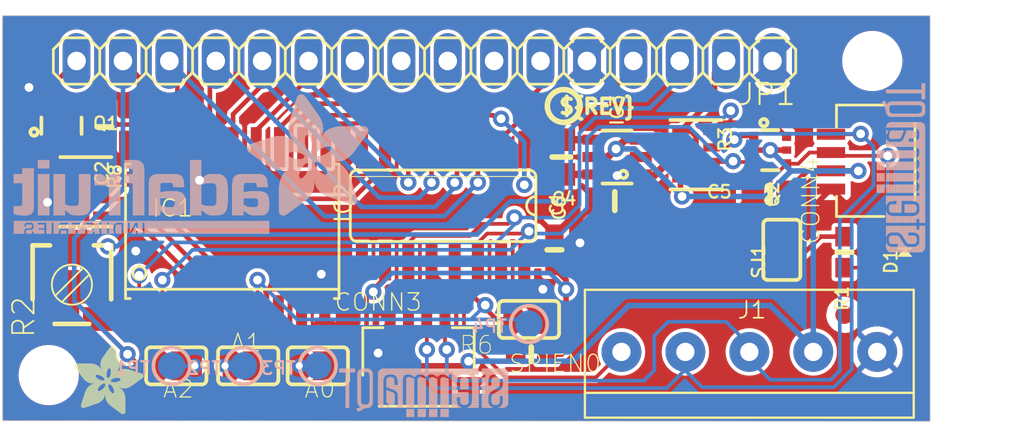
<source format=kicad_pcb>
(kicad_pcb (version 20221018) (generator pcbnew)
  (layers (0 "F.Cu" signal) (1 "In1.Cu" signal) (2 "In2.Cu" signal) (3 "In3.Cu" signal) (4 "In4.Cu" signal) (5 "In5.Cu" signal) (6 "In6.Cu" signal) (7 "In7.Cu" signal) (8 "In8.Cu" signal) (9 "In9.Cu" signal) (10 "In10.Cu" signal) (11 "In11.Cu" signal) (12 "In12.Cu" signal) (13 "In13.Cu" signal) (14 "In14.Cu" signal) (31 "B.Cu" signal) (34 "B.Paste" user) (35 "F.Paste" user) (36 "B.SilkS" user "B.Silkscreen") (37 "F.SilkS" user "F.Silkscreen") (38 "B.Mask" user) (39 "F.Mask" user) (44 "Edge.Cuts" user))
  (net 0 "")
  (net 1 "VCC")
  (net 2 "GND")
  (net 3 "RS")
  (net 4 "E")
  (net 5 "DB4")
  (net 6 "DB6")
  (net 7 "DB7")
  (net 8 "DB5")
  (net 9 "A0")
  (net 10 "A1")
  (net 11 "A2")
  (net 12 "CS")
  (net 13 "LEDK")
  (net 14 "LITE")
  (net 15 "CONTRAST")
  (net 16 "LATCH")
  (net 17 "5.0V")
  (net 18 "CLOCK_5V")
  (net 19 "DATA_5V")
  (net 20 "N$1")
  (net 21 "N$2")
  (net 22 "N$3")
  (net 23 "N$4")
  (net 24 "DATA_LV")
  (net 25 "CLOCK_LV")
  (footprint "working:PLABEL8" (layer "F.Cu") (at 152.1206 113.7666)
    (fp_text reference "PLABEL8" hide)
    (fp_text value "" hide)
  )
  (footprint "working:PCBFEAT-REV-040" (layer "F.Cu") (at 153.8351 98.8441)
    (fp_text reference "U$7" hide)
    (fp_text value "" hide)
  )
  (footprint "" (layer "F.Cu") (at 125.6411 113.5761)
    (fp_text reference "@HOLE1" hide)
    (fp_text value "")
  )
  (footprint "working:SOLDERJUMPER_ARROW_NOPASTE" (layer "F.Cu") (at 151.9301 110.5281)
    (fp_text reference "SPIEN0")
    (fp_text value "")
  )
  (footprint "working:PLABEL0" (layer "F.Cu") (at 168.3131 108.6231 90)
    (fp_text reference "PLABEL0" hide)
    (fp_text value "" hide)
  )
  (footprint "working:0805-NO" (layer "F.Cu") (at 165.1381 103.6701 180)
    (fp_text reference "C5")
    (fp_text value "10uF")
  )
  (footprint "working:SOLDERJUMPER_CLOSEDWIRE" (layer "F.Cu") (at 165.7731 106.7181 90)
    (fp_text reference "SJ1")
    (fp_text value "")
  )
  (footprint "working:CHIPLED_0603_NOOUTLINE" (layer "F.Cu") (at 172.5041 106.8451)
    (fp_text reference "D1")
    (fp_text value "GREEN")
  )
  (footprint "working:SOLDERJUMPER_ARROW_NOPASTE" (layer "F.Cu") (at 132.6261 113.0681)
    (fp_text reference "A2")
    (fp_text value "")
  )
  (footprint "working:RESPACK_4X0603" (layer "F.Cu") (at 127.6731 103.5431 -90)
    (fp_text reference "R8")
    (fp_text value "4.7K Pack")
  )
  (footprint "" (layer "F.Cu") (at 170.7261 96.3803)
    (fp_text reference "@HOLE0" hide)
    (fp_text value "")
  )
  (footprint "working:JST_SH4" (layer "F.Cu") (at 170.4721 101.8921 90)
    (fp_text reference "CONN4")
    (fp_text value "STEMMA_I2C_QT" hide)
  )
  (footprint "working:PLABEL10" (layer "F.Cu") (at 130.0861 99.6061)
    (fp_text reference "PLABEL10" hide)
    (fp_text value "" hide)
  )
  (footprint "working:0805-NO" (layer "F.Cu") (at 153.7081 101.6381 -90)
    (fp_text reference "C6")
    (fp_text value "1uF")
  )
  (footprint "working:0603-NO" (layer "F.Cu") (at 153.3271 106.7181 90)
    (fp_text reference "C1")
    (fp_text value "0.1uF")
  )
  (footprint "working:RTRIM3314J" (layer "F.Cu") (at 126.9111 108.6231)
    (fp_text reference "R2")
    (fp_text value "3314J-1-104E")
  )
  (footprint "working:1X16" (layer "F.Cu") (at 146.2151 96.3803 180)
    (fp_text reference "JP1")
    (fp_text value "")
  )
  (footprint "working:0603-NO" (layer "F.Cu") (at 169.2021 106.8451 -90)
    (fp_text reference "R1")
    (fp_text value "10K")
  )
  (footprint "working:ADAFRUIT_3.5MM" (layer "F.Cu") (at 127.0381 115.7351)
    (fp_text reference "U$4" hide)
    (fp_text value "" hide)
  )
  (footprint "working:JST_SH4" (layer "F.Cu") (at 145.8341 112.6871)
    (fp_text reference "CONN3")
    (fp_text value "STEMMA_I2C_QT" hide)
  )
  (footprint "working:PLABEL6" (layer "F.Cu") (at 135.5471 115.3541)
    (fp_text reference "PLABEL6" hide)
    (fp_text value "" hide)
  )
  (footprint "working:FIDUCIAL_1MM" (layer "F.Cu") (at 124.6251 95.2881)
    (fp_text reference "U$1" hide)
    (fp_text value "FIDUCIAL" hide)
  )
  (footprint "working:SOLDERJUMPER_ARROW_NOPASTE" (layer "F.Cu") (at 136.5631 113.0681)
    (fp_text reference "A1")
    (fp_text value "")
  )
  (footprint "working:PLABEL11" (layer "F.Cu") (at 152.1206 115.0366)
    (fp_text reference "PLABEL11" hide)
    (fp_text value "" hide)
  )
  (footprint "working:SO18W" (layer "F.Cu") (at 135.6891 105.7021)
    (fp_text reference "IC1")
    (fp_text value "MCP23008/SO")
  )
  (footprint "working:0805-NO" (layer "F.Cu") (at 156.6291 104.0511 180)
    (fp_text reference "C4")
    (fp_text value "10uF")
  )
  (footprint "working:RESPACK_4X0603" (layer "F.Cu") (at 161.0741 101.5111 -90)
    (fp_text reference "R3")
    (fp_text value "4.7K Pack")
  )
  (footprint "working:SOT23-6" (layer "F.Cu") (at 156.7561 101.6381 90)
    (fp_text reference "IC3")
    (fp_text value "AP3602/RT9361")
  )
  (footprint "working:SOT363" (layer "F.Cu") (at 126.3396 99.9236)
    (fp_text reference "Q1")
    (fp_text value "BSS138")
  )
  (footprint "working:PLABEL4" (layer "F.Cu") (at 157.3911 108.3691 90)
    (fp_text reference "PLABEL4" hide)
    (fp_text value "" hide)
  )
  (footprint "working:SO16" (layer "F.Cu") (at 147.2311 104.3051 180)
    (fp_text reference "IC2")
    (fp_text value "74HC595D")
  )
  (footprint "working:PLABEL5" (layer "F.Cu") (at 131.4831 115.4811)
    (fp_text reference "PLABEL5" hide)
    (fp_text value "" hide)
  )
  (footprint "working:PLABEL9" (layer "F.Cu") (at 124.3711 109.3851 90)
    (fp_text reference "PLABEL9" hide)
    (fp_text value "" hide)
  )
  (footprint "working:SOT363" (layer "F.Cu") (at 165.1381 101.2571 -90)
    (fp_text reference "Q2")
    (fp_text value "BSS138")
  )
  (footprint "working:PLABEL2" (layer "F.Cu") (at 161.0741 108.4961 90)
    (fp_text reference "PLABEL2" hide)
    (fp_text value "" hide)
  )
  (footprint "working:PLABEL3" (layer "F.Cu") (at 164.5031 108.4961 90)
    (fp_text reference "PLABEL3" hide)
    (fp_text value "" hide)
  )
  (footprint "working:PLABEL7" (layer "F.Cu") (at 139.6111 115.3541)
    (fp_text reference "PLABEL7" hide)
    (fp_text value "" hide)
  )
  (footprint "working:PLABEL1" (layer "F.Cu") (at 171.4881 108.7501 90)
    (fp_text reference "PLABEL1" hide)
    (fp_text value "" hide)
  )
  (footprint "working:FIDUCIAL_1MM" (layer "F.Cu") (at 169.2021 110.2741)
    (fp_text reference "U$2" hide)
    (fp_text value "FIDUCIAL" hide)
  )
  (footprint "working:1X05-3.5MM" (layer "F.Cu") (at 163.9951 112.3061)
    (fp_text reference "J1")
    (fp_text value "1X5" hide)
  )
  (footprint "working:SOLDERJUMPER_ARROW_NOPASTE" (layer "F.Cu") (at 140.3731 113.0681)
    (fp_text reference "A0")
    (fp_text value "")
  )
  (footprint "working:0603-NO" (layer "F.Cu") (at 128.6891 99.9871 -90)
    (fp_text reference "C2")
    (fp_text value "0.1uF")
  )
  (footprint "working:0603-NO" (layer "F.Cu") (at 152.0571 112.4331 180)
    (fp_text reference "R6")
    (fp_text value "10K")
  )
  (footprint "working:TESTPOINT_ROUND_1.5MM" (layer "B.Cu") (at 140.3731 113.0681 180)
    (fp_text reference "TP3")
    (fp_text value "")
  )
  (footprint "working:TESTPOINT_ROUND_1.5MM" (layer "B.Cu") (at 136.3091 113.0681 180)
    (fp_text reference "TP2")
    (fp_text value "")
  )
  (footprint "working:TESTPOINT_ROUND_1.5MM" (layer "B.Cu") (at 132.3721 113.0681 180)
    (fp_text reference "TP1")
    (fp_text value "")
  )
  (footprint "working:ADAFRUIT_TEXT_20MM" (layer "B.Cu") (at 143.2941 105.8291 180)
    (fp_text reference "U$23" hide)
    (fp_text value "" hide)
  )
  (footprint "working:TESTPOINT_ROUND_1.5MM" (layer "B.Cu") (at 151.9301 110.7821 180)
    (fp_text reference "TP4")
    (fp_text value "")
  )
  (footprint "working:PLABEL12" (layer "B.Cu") (at 169.5831 109.5121 180)
    (fp_text reference "PLABEL12" hide)
    (fp_text value "" hide)
  )
  (footprint "working:STEMMAQT" (layer "B.Cu") (at 170.9801 106.8451 90)
    (fp_text reference "U$11" hide)
    (fp_text value "" hide)
  )
  (footprint "working:STEMMAQT" (layer "B.Cu") (at 150.7871 115.8621 180)
    (fp_text reference "U$12" hide)
    (fp_text value "" hide)
  )
  (gr_line (start 123.1061 116.0781) (end 173.9011 116.1161) (stroke (width 0.05)) (layer "Edge.Cuts"))
  (gr_line (start 173.9011 116.1161) (end 173.9011 93.8911) (stroke (width 0.05)) (layer "Edge.Cuts"))
  (gr_line (start 173.9011 93.8911) (end 123.1011 93.8911) (stroke (width 0.05)) (layer "Edge.Cuts"))
  (gr_line (start 123.1011 93.8911) (end 123.1061 116.0781) (stroke (width 0.05)) (layer "Edge.Cuts"))
  (gr_text "" (at 141.5161 99.4791) (layer "F.SilkS") (effects (font (size 0.87376 0.87376) (thickness 0.14224)) (justify left bottom)))
  (segment (start 155.4561 101.6381) (end 156.2481 101.6381) (width 0.4064) (layer "F.Cu") (net 1))
  (segment (start 167.1781 102.3921) (end 168.4661 102.3921) (width 0.3048) (layer "F.Cu") (net 1))
  (segment (start 157.1981 100.6881) (end 158.0561 100.6881) (width 0.4064) (layer "F.Cu") (net 1))
  (segment (start 159.1081 100.6881) (end 159.5501 101.1301) (width 0.4064) (layer "F.Cu") (net 1))
  (segment (start 148.6281 112.8141) (end 148.3741 113.0681) (width 0.3048) (layer "F.Cu") (net 1))
  (segment (start 160.2241 102.8111) (end 160.2241 103.7091) (width 0.3048) (layer "F.Cu") (net 1))
  (segment (start 168.4661 102.3921) (end 169.9561 102.3921) (width 0.3048) (layer "F.Cu") (net 1))
  (segment (start 145.6891 113.0681) (end 145.3341 112.7131) (width 0.3048) (layer "F.Cu") (net 1))
  (segment (start 160.2051 101.1301) (end 160.2241 101.1111) (width 0.4064) (layer "F.Cu") (net 1))
  (segment (start 159.5501 101.1301) (end 160.2051 101.1301) (width 0.4064) (layer "F.Cu") (net 1))
  (segment (start 166.0881 103.4821) (end 167.1781 102.3921) (width 0.3048) (layer "F.Cu") (net 1))
  (segment (start 145.3341 110.6811) (end 145.3341 112.7131) (width 0.3048) (layer "F.Cu") (net 1))
  (segment (start 158.0561 100.6881) (end 159.1081 100.6881) (width 0.4064) (layer "F.Cu") (net 1))
  (segment (start 169.9561 102.3921) (end 169.9641 102.4001) (width 0.3048) (layer "F.Cu") (net 1))
  (segment (start 156.2481 101.6381) (end 156.6926 101.1936) (width 0.4064) (layer "F.Cu") (net 1))
  (segment (start 164.2381 101.2571) (end 165.1381 101.2571) (width 0.3048) (layer "F.Cu") (net 1))
  (segment (start 148.3741 113.0681) (end 145.6891 113.0681) (width 0.3048) (layer "F.Cu") (net 1))
  (segment (start 166.0881 103.6701) (end 166.0881 103.4821) (width 0.3048) (layer "F.Cu") (net 1))
  (segment (start 165.1381 101.2571) (end 166.0381 101.2571) (width 0.3048) (layer "F.Cu") (net 1))
  (segment (start 160.2241 103.7091) (end 160.3121 103.7971) (width 0.3048) (layer "F.Cu") (net 1))
  (segment (start 156.6926 101.1936) (end 157.1981 100.6881) (width 0.4064) (layer "F.Cu") (net 1))
  (via (at 169.9641 102.4001) (size 0.889) (drill 0.4826) (layers "F.Cu" "B.Cu") (net 1))
  (via (at 160.3121 103.7971) (size 0.889) (drill 0.4826) (layers "F.Cu" "B.Cu") (net 1))
  (via (at 156.6926 101.1936) (size 0.889) (drill 0.4826) (layers "F.Cu" "B.Cu") (net 1))
  (via (at 165.1381 101.2571) (size 0.889) (drill 0.4826) (layers "F.Cu" "B.Cu") (net 1))
  (via (at 148.6281 112.8141) (size 0.889) (drill 0.4826) (layers "F.Cu" "B.Cu") (net 1))
  (segment (start 160.3121 103.7971) (end 164.8841 103.7971) (width 0.3048) (layer "B.Cu") (net 1))
  (segment (start 157.7086 101.1936) (end 156.6926 101.1936) (width 0.3048) (layer "B.Cu") (net 1))
  (segment (start 166.2811 102.4001) (end 165.1381 101.2571) (width 0.3048) (layer "B.Cu") (net 1))
  (segment (start 169.9641 102.4001) (end 167.6781 102.4001) (width 0.3048) (layer "B.Cu") (net 1))
  (segment (start 167.4951 112.1231) (end 165.1381 109.7661) (width 0.3048) (layer "B.Cu") (net 1))
  (segment (start 167.6781 102.4001) (end 167.4951 102.5831) (width 0.3048) (layer "B.Cu") (net 1))
  (segment (start 167.4951 112.3061) (end 167.4951 112.1231) (width 0.3048) (layer "B.Cu") (net 1))
  (segment (start 160.3121 103.7971) (end 157.7086 101.1936) (width 0.3048) (layer "B.Cu") (net 1))
  (segment (start 164.8841 103.7971) (end 166.2811 102.4001) (width 0.3048) (layer "B.Cu") (net 1))
  (segment (start 157.3911 109.7661) (end 154.3431 112.8141) (width 0.3048) (layer "B.Cu") (net 1))
  (segment (start 167.4951 102.5831) (end 167.4951 112.3061) (width 0.3048) (layer "B.Cu") (net 1))
  (segment (start 165.1381 109.7661) (end 157.3911 109.7661) (width 0.3048) (layer "B.Cu") (net 1))
  (segment (start 167.6781 102.4001) (end 166.2811 102.4001) (width 0.3048) (layer "B.Cu") (net 1))
  (segment (start 148.6281 112.8141) (end 154.3431 112.8141) (width 0.3048) (layer "B.Cu") (net 1))
  (segment (start 157.3911 101.6381) (end 156.7561 102.2731) (width 0.254) (layer "F.Cu") (net 2))
  (segment (start 156.7561 102.6541) (end 156.7561 102.9741) (width 0.254) (layer "F.Cu") (net 2))
  (segment (start 156.7561 102.2731) (end 156.7561 102.6541) (width 0.254) (layer "F.Cu") (net 2))
  (segment (start 156.7561 102.9741) (end 155.6791 104.0511) (width 0.254) (layer "F.Cu") (net 2))
  (segment (start 158.0561 101.6381) (end 157.3911 101.6381) (width 0.254) (layer "F.Cu") (net 2))
  (via (at 156.7561 102.6541) (size 0.889) (drill 0.4826) (layers "F.Cu" "B.Cu") (net 2))
  (via (at 133.8961 102.9081) (size 0.889) (drill 0.4826) (layers "F.Cu" "B.Cu") (net 2))
  (via (at 124.5616 97.8281) (size 0.889) (drill 0.4826) (layers "F.Cu" "B.Cu") (net 2))
  (via (at 130.4036 106.7816) (size 0.889) (drill 0.4826) (layers "F.Cu" "B.Cu") (net 2))
  (via (at 143.6751 112.3696) (size 0.889) (drill 0.4826) (layers "F.Cu" "B.Cu") (net 2))
  (via (at 154.7241 106.3371) (size 0.889) (drill 0.4826) (layers "F.Cu" "B.Cu") (net 2))
  (via (at 125.5776 104.1146) (size 0.889) (drill 0.4826) (layers "F.Cu" "B.Cu") (net 2))
  (via (at 152.6921 108.8771) (size 0.889) (drill 0.4826) (layers "F.Cu" "B.Cu") (net 2))
  (via (at 140.5636 108.0516) (size 0.889) (drill 0.4826) (layers "F.Cu" "B.Cu") (net 2))
  (segment (start 152.5651 99.6061) (end 152.5651 100.3427) (width 0.254) (layer "F.Cu") (net 3))
  (segment (start 151.6761 103.1621) (end 151.6761 101.2317) (width 0.254) (layer "F.Cu") (net 3))
  (segment (start 140.464821 99.3521) (end 139.5441 100.272822) (width 0.254) (layer "F.Cu") (net 3))
  (segment (start 151.6761 101.2317) (end 152.5651 100.3427) (width 0.254) (layer "F.Cu") (net 3))
  (segment (start 152.5651 99.6061) (end 153.7081 98.4631) (width 0.254) (layer "F.Cu") (net 3))
  (segment (start 150.2791 99.6696) (end 150.4061 99.5426) (width 0.254) (layer "F.Cu") (net 3))
  (segment (start 140.464821 99.3521) (end 149.9616 99.3521) (width 0.254) (layer "F.Cu") (net 3))
  (segment (start 153.7081 98.4631) (end 155.9941 98.4631) (width 0.254) (layer "F.Cu") (net 3))
  (segment (start 139.5441 101.1021) (end 139.5441 100.272822) (width 0.254) (layer "F.Cu") (net 3))
  (segment (start 150.2791 99.6696) (end 149.9616 99.3521) (width 0.254) (layer "F.Cu") (net 3))
  (segment (start 157.6451 96.8121) (end 157.6451 96.3803) (width 0.254) (layer "F.Cu") (net 3))
  (segment (start 155.9941 98.4631) (end 157.6451 96.8121) (width 0.254) (layer "F.Cu") (net 3))
  (via (at 151.6761 103.1621) (size 0.889) (drill 0.4826) (layers "F.Cu" "B.Cu") (net 3))
  (via (at 150.4061 99.5426) (size 0.889) (drill 0.4826) (layers "F.Cu" "B.Cu") (net 3))
  (segment (start 150.4061 99.5426) (end 151.6761 100.8126) (width 0.254) (layer "B.Cu") (net 3))
  (segment (start 151.6761 100.8126) (end 151.6761 103.1621) (width 0.254) (layer "B.Cu") (net 3))
  (segment (start 151.2951 99.749194) (end 150.4061 100.638194) (width 0.254) (layer "F.Cu") (net 4))
  (segment (start 152.5651 97.8281) (end 152.5651 96.3803) (width 0.254) (layer "F.Cu") (net 4))
  (segment (start 151.2951 98.7171) (end 151.2951 99.749194) (width 0.254) (layer "F.Cu") (net 4))
  (segment (start 151.6761 98.7171) (end 152.5651 97.8281) (width 0.254) (layer "F.Cu") (net 4))
  (segment (start 139.59835 98.7171) (end 151.2951 98.7171) (width 0.254) (layer "F.Cu") (net 4))
  (segment (start 138.2741 101.1021) (end 138.2741 100.04135) (width 0.254) (layer "F.Cu") (net 4))
  (segment (start 139.59835 98.7171) (end 138.2741 100.04135) (width 0.254) (layer "F.Cu") (net 4))
  (segment (start 150.4061 100.638194) (end 150.4061 101.2317) (width 0.254) (layer "F.Cu") (net 4))
  (segment (start 151.2951 98.7171) (end 151.6761 98.7171) (width 0.254) (layer "F.Cu") (net 4))
  (segment (start 137.0041 101.1021) (end 137.0041 100.1811) (width 0.254) (layer "F.Cu") (net 5))
  (segment (start 139.8651 97.3201) (end 139.8651 96.3803) (width 0.254) (layer "F.Cu") (net 5))
  (segment (start 145.3261 101.2317) (end 145.3261 103.0351) (width 0.254) (layer "F.Cu") (net 5))
  (segment (start 137.0041 100.1811) (end 139.8651 97.3201) (width 0.254) (layer "F.Cu") (net 5))
  (via (at 145.3261 103.0351) (size 0.889) (drill 0.4826) (layers "F.Cu" "B.Cu") (net 5))
  (segment (start 145.3261 103.0351) (end 139.8651 97.5741) (width 0.254) (layer "B.Cu") (net 5))
  (segment (start 139.8651 97.5741) (end 139.8651 96.3803) (width 0.254) (layer "B.Cu") (net 5))
  (segment (start 147.9931 101.3587) (end 147.9931 103.0351) (width 0.254) (layer "F.Cu") (net 6))
  (segment (start 134.4641 96.7013) (end 134.4641 101.1021) (width 0.254) (layer "F.Cu") (net 6))
  (segment (start 147.9931 103.0351) (end 147.8661 103.0351) (width 0.254) (layer "F.Cu") (net 6))
  (segment (start 147.8661 101.2317) (end 147.9931 101.3587) (width 0.254) (layer "F.Cu") (net 6))
  (segment (start 134.7851 96.3803) (end 134.4641 96.7013) (width 0.254) (layer "F.Cu") (net 6))
  (via (at 147.8661 103.0351) (size 0.889) (drill 0.4826) (layers "F.Cu" "B.Cu") (net 6))
  (segment (start 147.8661 103.0351) (end 147.8661 103.2891) (width 0.254) (layer "B.Cu") (net 6))
  (segment (start 146.7866 104.3686) (end 142.7734 104.3686) (width 0.254) (layer "B.Cu") (net 6))
  (segment (start 142.7734 104.3686) (end 134.7851 96.3803) (width 0.254) (layer "B.Cu") (net 6))
  (segment (start 147.8661 103.2891) (end 146.7866 104.3686) (width 0.254) (layer "B.Cu") (net 6))
  (segment (start 149.1361 101.2317) (end 149.1361 103.0351) (width 0.254) (layer "F.Cu") (net 7))
  (segment (start 132.6861 97.3293) (end 132.6861 98.4351) (width 0.254) (layer "F.Cu") (net 7))
  (segment (start 133.1941 98.9431) (end 132.6861 98.4351) (width 0.254) (layer "F.Cu") (net 7))
  (segment (start 133.1941 98.9431) (end 133.1941 101.1021) (width 0.254) (layer "F.Cu") (net 7))
  (segment (start 132.6861 97.3293) (end 132.2451 96.8883) (width 0.254) (layer "F.Cu") (net 7))
  (segment (start 132.2451 96.3803) (end 132.2451 96.8883) (width 0.254) (layer "F.Cu") (net 7))
  (via (at 149.1361 103.0351) (size 0.889) (drill 0.4826) (layers "F.Cu" "B.Cu") (net 7))
  (segment (start 140.7414 104.8766) (end 132.2451 96.3803) (width 0.254) (layer "B.Cu") (net 7))
  (segment (start 147.2946 104.8766) (end 140.7414 104.8766) (width 0.254) (layer "B.Cu") (net 7))
  (segment (start 149.1361 103.0351) (end 147.2946 104.8766) (width 0.254) (layer "B.Cu") (net 7))
  (segment (start 135.7341 101.1021) (end 135.7341 99.2921) (width 0.254) (layer "F.Cu") (net 8))
  (segment (start 146.5961 101.2317) (end 146.5961 103.0351) (width 0.254) (layer "F.Cu") (net 8))
  (segment (start 135.7341 99.2921) (end 137.3251 97.7011) (width 0.254) (layer "F.Cu") (net 8))
  (segment (start 137.3251 97.7011) (end 137.3251 96.3803) (width 0.254) (layer "F.Cu") (net 8))
  (via (at 146.5961 103.0351) (size 0.889) (drill 0.4826) (layers "F.Cu" "B.Cu") (net 8))
  (segment (start 137.3251 97.4471) (end 137.3251 96.3803) (width 0.254) (layer "B.Cu") (net 8))
  (segment (start 146.5961 103.0351) (end 146.5961 103.186538) (width 0.254) (layer "B.Cu") (net 8))
  (segment (start 143.7386 103.8606) (end 137.3251 97.4471) (width 0.254) (layer "B.Cu") (net 8))
  (segment (start 146.5961 103.186538) (end 145.922037 103.8606) (width 0.254) (layer "B.Cu") (net 8))
  (segment (start 145.922037 103.8606) (end 143.7386 103.8606) (width 0.254) (layer "B.Cu") (net 8))
  (segment (start 138.0871 111.7981) (end 139.3571 113.0681) (width 0.254) (layer "F.Cu") (net 9))
  (segment (start 128.5231 103.1431) (end 130.3211 103.1431) (width 0.254) (layer "F.Cu") (net 9))
  (segment (start 135.6741 108.4961) (end 135.6741 110.3021) (width 0.254) (layer "F.Cu") (net 9))
  (segment (start 130.3211 103.1431) (end 135.6741 108.4961) (width 0.254) (layer "F.Cu") (net 9))
  (segment (start 138.0871 111.7981) (end 135.6741 111.7981) (width 0.254) (layer "F.Cu") (net 9))
  (segment (start 135.6741 110.3021) (end 135.6741 111.7981) (width 0.254) (layer "F.Cu") (net 9))
  (via (at 139.3571 113.0681) (size 0.8001) (drill 0.3937) (layers "F.Cu" "B.Cu") (net 9))
  (segment (start 140.3731 113.0681) (end 139.3571 113.0681) (width 0.2032) (layer "B.Cu") (net 9))
  (segment (start 134.4041 108.2421) (end 134.4041 110.3021) (width 0.254) (layer "F.Cu") (net 10))
  (segment (start 134.4041 110.3021) (end 134.4041 111.9251) (width 0.254) (layer "F.Cu") (net 10))
  (segment (start 134.4041 111.9251) (end 135.5471 113.0681) (width 0.254) (layer "F.Cu") (net 10))
  (segment (start 134.4041 108.2421) (end 130.1051 103.9431) (width 0.254) (layer "F.Cu") (net 10))
  (segment (start 135.5471 113.0681) (end 135.2931 113.0681) (width 0.254) (layer "F.Cu") (net 10))
  (segment (start 128.5231 103.9431) (end 130.1051 103.9431) (width 0.254) (layer "F.Cu") (net 10))
  (via (at 135.2931 113.0681) (size 0.8001) (drill 0.3937) (layers "F.Cu" "B.Cu") (net 10))
  (segment (start 136.3091 113.0681) (end 135.2931 113.0681) (width 0.2032) (layer "B.Cu") (net 10))
  (segment (start 128.5231 104.8431) (end 130.1161 104.8431) (width 0.254) (layer "F.Cu") (net 11))
  (segment (start 130.1161 104.8431) (end 133.192825 107.919825) (width 0.254) (layer "F.Cu") (net 11))
  (segment (start 133.192825 107.919825) (end 133.192825 110.243375) (width 0.254) (layer "F.Cu") (net 11))
  (segment (start 133.1341 110.3021) (end 133.1341 113.0681) (width 0.254) (layer "F.Cu") (net 11))
  (segment (start 133.192825 110.243375) (end 133.1341 110.3021) (width 0.254) (layer "F.Cu") (net 11))
  (segment (start 133.6421 113.0681) (end 133.1341 113.0681) (width 0.254) (layer "F.Cu") (net 11))
  (via (at 133.6421 113.0681) (size 0.8001) (drill 0.3937) (layers "F.Cu" "B.Cu") (net 11))
  (segment (start 132.3721 113.0681) (end 133.6421 113.0681) (width 0.2032) (layer "B.Cu") (net 11))
  (segment (start 147.8661 107.3785) (end 147.8661 108.2421) (width 0.254) (layer "F.Cu") (net 12))
  (segment (start 150.1521 110.5281) (end 150.9141 110.5281) (width 0.254) (layer "F.Cu") (net 12))
  (segment (start 137.0711 109.949235) (end 136.9441 110.3021) (width 0.2032) (layer "F.Cu") (net 12))
  (segment (start 149.538937 109.744263) (end 149.4536 109.8296) (width 0.2032) (layer "F.Cu") (net 12))
  (segment (start 137.0711 108.3691) (end 137.0711 109.949235) (width 0.2032) (layer "F.Cu") (net 12))
  (segment (start 147.8661 108.2421) (end 149.4536 109.8296) (width 0.254) (layer "F.Cu") (net 12))
  (segment (start 150.9141 112.1401) (end 151.2071 112.4331) (width 0.254) (layer "F.Cu") (net 12))
  (segment (start 150.9141 110.5281) (end 150.9141 112.1401) (width 0.254) (layer "F.Cu") (net 12))
  (segment (start 149.4536 109.8296) (end 150.1521 110.5281) (width 0.254) (layer "F.Cu") (net 12))
  (via (at 149.538937 109.744263) (size 0.889) (drill 0.4826) (layers "F.Cu" "B.Cu") (net 12))
  (via (at 137.0711 108.3691) (size 0.889) (drill 0.4826) (layers "F.Cu" "B.Cu") (net 12))
  (segment (start 148.7551 110.5281) (end 151.6761 110.5281) (width 0.2032) (layer "B.Cu") (net 12))
  (segment (start 139.2301 110.5281) (end 148.7551 110.5281) (width 0.2032) (layer "B.Cu") (net 12))
  (segment (start 137.0711 108.3691) (end 139.2301 110.5281) (width 0.2032) (layer "B.Cu") (net 12))
  (segment (start 148.7551 110.5281) (end 149.538937 109.744263) (width 0.2032) (layer "B.Cu") (net 12))
  (segment (start 151.6761 110.5281) (end 151.9301 110.7821) (width 0.2032) (layer "B.Cu") (net 12))
  (segment (start 125.5896 97.9558) (end 127.1651 96.3803) (width 0.254) (layer "F.Cu") (net 13))
  (segment (start 125.5896 99.0236) (end 125.5896 97.9558) (width 0.254) (layer "F.Cu") (net 13))
  (segment (start 128.0426 102.2431) (end 127.2581 101.4586) (width 0.254) (layer "F.Cu") (net 14))
  (segment (start 142.2781 103.9241) (end 144.0561 102.1461) (width 0.254) (layer "F.Cu") (net 14))
  (segment (start 128.5231 102.2431) (end 128.0426 102.2431) (width 0.254) (layer "F.Cu") (net 14))
  (segment (start 133.0071 103.9241) (end 142.2781 103.9241) (width 0.254) (layer "F.Cu") (net 14))
  (segment (start 131.950503 102.5606) (end 131.8941 102.434038) (width 0.254) (layer "F.Cu") (net 14))
  (segment (start 131.8941 102.8111) (end 133.0071 103.9241) (width 0.254) (layer "F.Cu") (net 14))
  (segment (start 131.8941 102.434038) (end 131.8941 101.1021) (width 0.254) (layer "F.Cu") (net 14))
  (segment (start 131.950503 102.5606) (end 128.8406 102.5606) (width 0.254) (layer "F.Cu") (net 14))
  (segment (start 131.8941 101.1021) (end 131.8941 102.8111) (width 0.254) (layer "F.Cu") (net 14))
  (segment (start 144.0561 102.1461) (end 144.0561 101.2317) (width 0.254) (layer "F.Cu") (net 14))
  (segment (start 127.2581 101.4586) (end 126.5936 101.4586) (width 0.254) (layer "F.Cu") (net 14))
  (segment (start 128.5231 102.2431) (end 128.8406 102.5606) (width 0.254) (layer "F.Cu") (net 14))
  (segment (start 126.5936 101.4586) (end 126.3396 101.2046) (width 0.254) (layer "F.Cu") (net 14))
  (segment (start 126.3396 100.8236) (end 126.3396 101.2046) (width 0.254) (layer "F.Cu") (net 14))
  (segment (start 128.8796 106.5276) (end 128.8161 106.4641) (width 0.254) (layer "F.Cu") (net 15))
  (segment (start 128.8161 106.4641) (end 127.0701 106.4641) (width 0.254) (layer "F.Cu") (net 15))
  (segment (start 126.9111 106.6231) (end 127.0701 106.4641) (width 0.254) (layer "F.Cu") (net 15))
  (via (at 128.8796 106.5276) (size 0.889) (drill 0.4826) (layers "F.Cu" "B.Cu") (net 15))
  (segment (start 154.2161 100.1141) (end 155.3591 98.9711) (width 0.254) (layer "B.Cu") (net 15))
  (segment (start 160.1851 97.3201) (end 160.1851 96.3803) (width 0.254) (layer "B.Cu") (net 15))
  (segment (start 150.9014 104.0638) (end 153.9494 104.0638) (width 0.254) (layer "B.Cu") (net 15))
  (segment (start 149.0853 105.8799) (end 150.9014 104.0638) (width 0.254) (layer "B.Cu") (net 15))
  (segment (start 128.8796 106.5276) (end 129.3876 106.5276) (width 0.254) (layer "B.Cu") (net 15))
  (segment (start 155.3591 98.9711) (end 158.5341 98.9711) (width 0.254) (layer "B.Cu") (net 15))
  (segment (start 130.0353 105.8799) (end 129.3876 106.5276) (width 0.254) (layer "B.Cu") (net 15))
  (segment (start 158.5341 98.9711) (end 160.1851 97.3201) (width 0.254) (layer "B.Cu") (net 15))
  (segment (start 130.0353 105.8799) (end 149.0853 105.8799) (width 0.254) (layer "B.Cu") (net 15))
  (segment (start 154.2161 103.7971) (end 154.2161 100.1141) (width 0.254) (layer "B.Cu") (net 15))
  (segment (start 153.9494 104.0638) (end 154.2161 103.7971) (width 0.254) (layer "B.Cu") (net 15))
  (segment (start 150.6601 113.7031) (end 155.5981 113.7031) (width 0.2032) (layer "F.Cu") (net 16))
  (segment (start 155.5981 113.7031) (end 156.9951 112.3061) (width 0.2032) (layer "F.Cu") (net 16))
  (segment (start 147.40965 108.6993) (end 147.4343 108.6993) (width 0.2032) (layer "F.Cu") (net 16))
  (segment (start 146.5961 107.88575) (end 147.40965 108.6993) (width 0.2032) (layer "F.Cu") (net 16))
  (segment (start 148.3741 111.4171) (end 150.6601 113.7031) (width 0.2032) (layer "F.Cu") (net 16))
  (segment (start 146.5961 107.3785) (end 146.5961 107.88575) (width 0.2032) (layer "F.Cu") (net 16))
  (segment (start 148.3741 109.6391) (end 148.3741 111.4171) (width 0.2032) (layer "F.Cu") (net 16))
  (segment (start 147.4343 108.6993) (end 148.3741 109.6391) (width 0.2032) (layer "F.Cu") (net 16))
  (segment (start 130.5941 97.2693) (end 130.5941 99.8601) (width 0.254) (layer "F.Cu") (net 17))
  (segment (start 143.4211 109.005688) (end 143.409987 109.0168) (width 0.254) (layer "F.Cu") (net 17))
  (segment (start 158.0561 102.6541) (end 158.0561 103.5741) (width 0.4064) (layer "F.Cu") (net 17))
  (segment (start 129.4121 99.8601) (end 130.5941 99.8601) (width 0.254) (layer "F.Cu") (net 17))
  (segment (start 131.6101 114.3381) (end 137.5791 114.3381) (width 0.254) (layer "F.Cu") (net 17))
  (segment (start 141.3891 113.0681) (end 141.1351 112.8141) (width 0.254) (layer "F.Cu") (net 17))
  (segment (start 129.7051 96.3803) (end 130.5941 97.2693) (width 0.254) (layer "F.Cu") (net 17))
  (segment (start 160.7901 100.2111) (end 161.0741 100.4951) (width 0.3048) (layer "F.Cu") (net 17))
  (segment (start 137.5791 114.3381) (end 140.7541 114.3381) (width 0.254) (layer "F.Cu") (net 17))
  (segment (start 161.0741 101.7651) (end 160.9281 101.9111) (width 0.3048) (layer "F.Cu") (net 17))
  (segment (start 143.0401 110.9091) (end 143.0401 109.2581) (width 0.254) (layer "F.Cu") (net 17))
  (segment (start 131.4831 113.1316) (end 131.8641 113.1316) (width 0.254) (layer "F.Cu") (net 17))
  (segment (start 143.0401 109.2581) (end 143.4211 108.8771) (width 0.254) (layer "F.Cu") (net 17))
  (segment (start 153.3271 107.5681) (end 156.1601 107.5681) (width 0.3048) (layer "F.Cu") (net 17))
  (segment (start 153.7081 112.4331) (end 153.9621 112.1791) (width 0.3048) (layer "F.Cu") (net 17))
  (segment (start 130.6576 113.1316) (end 129.9591 112.4331) (width 0.254) (layer "F.Cu") (net 17))
  (segment (start 161.0741 100.4951) (end 161.0741 101.7651) (width 0.3048) (layer "F.Cu") (net 17))
  (segment (start 162.0901 98.3451) (end 162.0901 97.0153) (width 0.3048) (layer "F.Cu") (net 17))
  (segment (start 160.2241 100.2111) (end 160.7901 100.2111) (width 0.3048) (layer "F.Cu") (net 17))
  (segment (start 141.1351 112.8141) (end 143.0401 110.9091) (width 0.254) (layer "F.Cu") (net 17))
  (segment (start 158.7881 102.6541) (end 158.0561 102.6541) (width 0.4064) (layer "F.Cu") (net 17))
  (segment (start 165.7731 105.9561) (end 157.7721 105.9561) (width 0.2032) (layer "F.Cu") (net 17))
  (segment (start 141.3891 113.7031) (end 141.3891 113.0681) (width 0.254) (layer "F.Cu") (net 17))
  (segment (start 131.6101 113.16335) (end 131.6101 114.3381) (width 0.254) (layer "F.Cu") (net 17))
  (segment (start 152.9071 112.4331) (end 153.7081 112.4331) (width 0.3048) (layer "F.Cu") (net 17))
  (segment (start 141.3891 113.7031) (end 140.7541 114.3381) (width 0.254) (layer "F.Cu") (net 17))
  (segment (start 128.4031 110.5061) (end 128.4031 110.8771) (width 0.254) (layer "F.Cu") (net 17))
  (segment (start 153.9621 108.8771) (end 153.9621 108.3691) (width 0.3048) (layer "F.Cu") (net 17))
  (segment (start 143.4211 108.8771) (end 144.0561 108.2421) (width 0.254) (layer "F.Cu") (net 17))
  (segment (start 153.3271 107.5681) (end 153.1375 107.3785) (width 0.3048) (layer "F.Cu") (net 17))
  (segment (start 160.2241 101.9111) (end 159.5311 101.9111) (width 0.4064) (layer "F.Cu") (net 17))
  (segment (start 128.4031 110.8771) (end 129.9591 112.4331) (width 0.254) (layer "F.Cu") (net 17))
  (segment (start 130.5941 99.8601) (end 130.5941 101.1021) (width 0.254) (layer "F.Cu") (net 17))
  (segment (start 153.1375 107.3785) (end 151.6761 107.3785) (width 0.3048) (layer "F.Cu") (net 17))
  (segment (start 128.6891 99.1371) (end 129.4121 99.8601) (width 0.254) (layer "F.Cu") (net 17))
  (segment (start 143.4211 108.8771) (end 143.4211 109.005688) (width 0.254) (layer "F.Cu") (net 17))
  (segment (start 144.0561 108.2421) (end 144.0561 107.3785) (width 0.254) (layer "F.Cu") (net 17))
  (segment (start 153.3271 107.7341) (end 153.3271 107.5681) (width 0.3048) (layer "F.Cu") (net 17))
  (segment (start 162.0901 97.0153) (end 162.7251 96.3803) (width 0.3048) (layer "F.Cu") (net 17))
  (segment (start 130.6576 113.1316) (end 131.4831 113.1316) (width 0.254) (layer "F.Cu") (net 17))
  (segment (start 160.9281 101.9111) (end 160.2241 101.9111) (width 0.3048) (layer "F.Cu") (net 17))
  (segment (start 137.5791 114.3381) (end 137.5791 113.0681) (width 0.254) (layer "F.Cu") (net 17))
  (segment (start 131.6101 113.0681) (end 131.8641 113.1316) (width 0.254) (layer "F.Cu") (net 17))
  (segment (start 160.2241 100.2111) (end 162.0901 98.3451) (width 0.3048) (layer "F.Cu") (net 17))
  (segment (start 158.0561 102.5881) (end 158.0561 102.6541) (width 0.4064) (layer "F.Cu") (net 17))
  (segment (start 159.5311 101.9111) (end 158.7881 102.6541) (width 0.4064) (layer "F.Cu") (net 17))
  (segment (start 157.7721 105.9561) (end 157.5791 106.1491) (width 0.2032) (layer "F.Cu") (net 17))
  (segment (start 131.4831 113.1316) (end 131.6101 113.16335) (width 0.254) (layer "F.Cu") (net 17))
  (segment (start 158.0561 103.5741) (end 157.5791 104.0511) (width 0.4064) (layer "F.Cu") (net 17))
  (segment (start 156.1601 107.5681) (end 157.5791 106.1491) (width 0.3048) (layer "F.Cu") (net 17))
  (segment (start 153.9621 112.1791) (end 153.9621 108.8771) (width 0.3048) (layer "F.Cu") (net 17))
  (segment (start 157.5791 106.1491) (end 157.5791 104.0511) (width 0.3048) (layer "F.Cu") (net 17))
  (segment (start 153.9621 108.3691) (end 153.3271 107.7341) (width 0.3048) (layer "F.Cu") (net 17))
  (via (at 143.409987 109.0168) (size 0.889) (drill 0.4826) (layers "F.Cu" "B.Cu") (net 17))
  (via (at 153.9621 108.8771) (size 0.889) (drill 0.4826) (layers "F.Cu" "B.Cu") (net 17))
  (via (at 129.9591 112.4331) (size 0.889) (drill 0.4826) (layers "F.Cu" "B.Cu") (net 17))
  (segment (start 129.9591 112.4331) (end 127.0381 109.5121) (width 0.254) (layer "B.Cu") (net 17))
  (segment (start 143.409987 109.0168) (end 144.438687 107.9881) (width 0.254) (layer "B.Cu") (net 17))
  (segment (start 153.0731 107.9881) (end 153.9621 108.8771) (width 0.254) (layer "B.Cu") (net 17))
  (segment (start 127.0381 106.0831) (end 127.0381 109.5121) (width 0.254) (layer "B.Cu") (net 17))
  (segment (start 129.7051 103.4161) (end 127.0381 106.0831) (width 0.254) (layer "B.Cu") (net 17))
  (segment (start 144.438687 107.9881) (end 153.0731 107.9881) (width 0.254) (layer "B.Cu") (net 17))
  (segment (start 129.7051 96.3803) (end 129.7051 103.4161) (width 0.254) (layer "B.Cu") (net 17))
  (segment (start 162.4021 99.7331) (end 162.8521 99.7331) (width 0.2032) (layer "F.Cu") (net 18))
  (segment (start 145.3261 106.3371) (end 145.7071 105.9561) (width 0.2032) (layer "F.Cu") (net 18))
  (segment (start 150.791893 105.2957) (end 151.134793 104.9528) (width 0.2032) (layer "F.Cu") (net 18))
  (segment (start 165.2641 99.7331) (end 166.0381 100.5071) (width 0.2032) (layer "F.Cu") (net 18))
  (segment (start 161.9241 100.2111) (end 162.4021 99.7331) (width 0.2032) (layer "F.Cu") (net 18))
  (segment (start 149.348762 105.2957) (end 150.791893 105.2957) (width 0.2032) (layer "F.Cu") (net 18))
  (segment (start 145.7071 105.9561) (end 148.688362 105.9561) (width 0.2032) (layer "F.Cu") (net 18))
  (segment (start 162.8521 99.7331) (end 165.2641 99.7331) (width 0.2032) (layer "F.Cu") (net 18))
  (segment (start 145.3261 107.3785) (end 145.3261 106.3371) (width 0.2032) (layer "F.Cu") (net 18))
  (segment (start 130.5941 108.1151) (end 130.5941 110.3021) (width 0.2032) (layer "F.Cu") (net 18))
  (segment (start 148.688362 105.9561) (end 149.348762 105.2957) (width 0.2032) (layer "F.Cu") (net 18))
  (segment (start 162.9791 99.6061) (end 162.8521 99.7331) (width 0.2032) (layer "F.Cu") (net 18))
  (segment (start 162.9791 99.0981) (end 162.9791 99.6061) (width 0.2032) (layer "F.Cu") (net 18))
  (via (at 130.5941 108.1151) (size 0.889) (drill 0.4826) (layers "F.Cu" "B.Cu") (net 18))
  (via (at 162.9791 99.0981) (size 0.889) (drill 0.4826) (layers "F.Cu" "B.Cu") (net 18))
  (via (at 151.134793 104.9528) (size 0.889) (drill 0.4826) (layers "F.Cu" "B.Cu") (net 18))
  (segment (start 150.1521 106.3117) (end 132.3975 106.3117) (width 0.2032) (layer "B.Cu") (net 18))
  (segment (start 154.6987 104.263763) (end 154.6987 100.326763) (width 0.2032) (layer "B.Cu") (net 18))
  (segment (start 151.134793 104.9528) (end 151.134793 105.329007) (width 0.2032) (layer "B.Cu") (net 18))
  (segment (start 151.134793 104.9528) (end 154.009662 104.9528) (width 0.2032) (layer "B.Cu") (net 18))
  (segment (start 162.5981 99.4791) (end 162.9791 99.0981) (width 0.2032) (layer "B.Cu") (net 18))
  (segment (start 162.5981 99.4791) (end 155.546362 99.4791) (width 0.2032) (layer "B.Cu") (net 18))
  (segment (start 154.6987 100.326763) (end 155.546362 99.4791) (width 0.2032) (layer "B.Cu") (net 18))
  (segment (start 132.3975 106.3117) (end 130.5941 108.1151) (width 0.2032) (layer "B.Cu") (net 18))
  (segment (start 151.134793 105.329007) (end 150.1521 106.3117) (width 0.2032) (layer "B.Cu") (net 18))
  (segment (start 154.009662 104.9528) (end 154.6987 104.263763) (width 0.2032) (layer "B.Cu") (net 18))
  (segment (start 163.1061 101.866) (end 163.061 101.9111) (width 0.2032) (layer "F.Cu") (net 19))
  (segment (start 149.1361 106.3371) (end 149.6441 105.8291) (width 0.2032) (layer "F.Cu") (net 19))
  (segment (start 149.1361 107.3785) (end 149.1361 106.3371) (width 0.2032) (layer "F.Cu") (net 19))
  (segment (start 161.9241 101.9111) (end 163.061 101.9111) (width 0.2032) (layer "F.Cu") (net 19))
  (segment (start 151.8031 105.8291) (end 149.6441 105.8291) (width 0.2032) (layer "F.Cu") (net 19))
  (segment (start 164.1421 101.9111) (end 164.2381 102.0071) (width 0.2032) (layer "F.Cu") (net 19))
  (segment (start 163.061 101.9111) (end 164.1421 101.9111) (width 0.2032) (layer "F.Cu") (net 19))
  (segment (start 131.8641 108.3691) (end 131.8641 110.3021) (width 0.2032) (layer "F.Cu") (net 19))
  (segment (start 151.8031 105.8291) (end 151.9301 105.7021) (width 0.2032) (layer "F.Cu") (net 19))
  (via (at 151.9301 105.7021) (size 0.889) (drill 0.4826) (layers "F.Cu" "B.Cu") (net 19))
  (via (at 131.8641 108.3691) (size 0.889) (drill 0.4826) (layers "F.Cu" "B.Cu") (net 19))
  (via (at 163.1061 101.866) (size 0.889) (drill 0.4826) (layers "F.Cu" "B.Cu") (net 19))
  (segment (start 133.5151 106.7181) (end 131.8641 108.3691) (width 0.2032) (layer "B.Cu") (net 19))
  (segment (start 160.6931 99.9871) (end 162.572 101.866) (width 0.2032) (layer "B.Cu") (net 19))
  (segment (start 153.7081 105.8291) (end 152.0571 105.8291) (width 0.2032) (layer "B.Cu") (net 19))
  (segment (start 155.7401 99.9871) (end 160.6931 99.9871) (width 0.2032) (layer "B.Cu") (net 19))
  (segment (start 150.9141 106.7181) (end 133.5151 106.7181) (width 0.2032) (layer "B.Cu") (net 19))
  (segment (start 155.1051 100.6221) (end 155.7401 99.9871) (width 0.2032) (layer "B.Cu") (net 19))
  (segment (start 151.9301 105.7021) (end 152.0571 105.8291) (width 0.2032) (layer "B.Cu") (net 19))
  (segment (start 155.1051 104.4321) (end 155.1051 100.6221) (width 0.2032) (layer "B.Cu") (net 19))
  (segment (start 151.9301 105.7021) (end 150.9141 106.7181) (width 0.2032) (layer "B.Cu") (net 19))
  (segment (start 153.7081 105.8291) (end 155.1051 104.4321) (width 0.2032) (layer "B.Cu") (net 19))
  (segment (start 162.572 101.866) (end 163.1061 101.866) (width 0.2032) (layer "B.Cu") (net 19))
  (segment (start 172.5041 107.5951) (end 172.4041 107.6951) (width 0.2032) (layer "F.Cu") (net 20))
  (segment (start 172.4041 107.6951) (end 169.2021 107.6951) (width 0.2032) (layer "F.Cu") (net 20))
  (segment (start 169.2021 105.9951) (end 167.8931 105.9951) (width 0.254) (layer "F.Cu") (net 21))
  (segment (start 166.4081 107.4801) (end 165.7731 107.4801) (width 0.254) (layer "F.Cu") (net 21))
  (segment (start 167.8931 105.9951) (end 166.4081 107.4801) (width 0.254) (layer "F.Cu") (net 21))
  (segment (start 155.4561 102.5881) (end 153.7081 102.5881) (width 0.4064) (layer "F.Cu") (net 22))
  (segment (start 153.7081 100.6881) (end 155.4561 100.6881) (width 0.4064) (layer "F.Cu") (net 23))
  (segment (start 171.572206 101.5746) (end 168.6486 101.5746) (width 0.2032) (layer "F.Cu") (net 24))
  (segment (start 165.4299 102.6153) (end 166.0381 102.0071) (width 0.2032) (layer "F.Cu") (net 24))
  (segment (start 162.99205 103.0651) (end 162.1781 103.0651) (width 0.2032) (layer "F.Cu") (net 24))
  (segment (start 146.3341 110.6811) (end 146.3421 110.6891) (width 0.2032) (layer "F.Cu") (net 24))
  (segment (start 163.44185 102.6153) (end 165.4299 102.6153) (width 0.2032) (layer "F.Cu") (net 24))
  (segment (start 166.6741 102.0071) (end 166.0381 102.0071) (width 0.2032) (layer "F.Cu") (net 24))
  (segment (start 161.9241 102.8111) (end 162.1781 103.0651) (width 0.2032) (layer "F.Cu") (net 24))
  (segment (start 162.99205 103.0651) (end 163.44185 102.6153) (width 0.2032) (layer "F.Cu") (net 24))
  (segment (start 167.2891 101.3921) (end 166.6741 102.0071) (width 0.2032) (layer "F.Cu") (net 24))
  (segment (start 168.6486 101.5746) (end 168.4661 101.3921) (width 0.2032) (layer "F.Cu") (net 24))
  (segment (start 146.3421 110.6891) (end 146.3421 112.1791) (width 0.2032) (layer "F.Cu") (net 24))
  (segment (start 167.2891 101.3921) (end 168.4661 101.3921) (width 0.2032) (layer "F.Cu") (net 24))
  (via (at 146.3421 112.1791) (size 0.889) (drill 0.4826) (layers "F.Cu" "B.Cu") (net 24))
  (via (at 171.572206 101.5746) (size 0.889) (drill 0.4826) (layers "F.Cu" "B.Cu") (net 24))
  (segment (start 146.9263 114.2873) (end 159.4739 114.2873) (width 0.2032) (layer "B.Cu") (net 24))
  (segment (start 161.4095 114.2365) (end 168.6231 114.2365) (width 0.2032) (layer "B.Cu") (net 24))
  (segment (start 146.3421 112.1791) (end 146.3421 113.7031) (width 0.2032) (layer "B.Cu") (net 24))
  (segment (start 159.4739 114.2873) (end 160.4951 113.2661) (width 0.2032) (layer "B.Cu") (net 24))
  (segment (start 169.5981 105.072707) (end 171.572206 103.0986) (width 0.2032) (layer "B.Cu") (net 24))
  (segment (start 171.572206 103.0986) (end 171.572206 101.5746) (width 0.2032) (layer "B.Cu") (net 24))
  (segment (start 169.5981 113.2615) (end 169.5981 105.072707) (width 0.2032) (layer "B.Cu") (net 24))
  (segment (start 146.3421 113.7031) (end 146.9263 114.2873) (width 0.2032) (layer "B.Cu") (net 24))
  (segment (start 161.4095 114.2365) (end 160.4951 113.3221) (width 0.2032) (layer "B.Cu") (net 24))
  (segment (start 160.4951 112.3061) (end 160.4951 113.3221) (width 0.2032) (layer "B.Cu") (net 24))
  (segment (start 160.4951 113.2661) (end 160.4951 112.3061) (width 0.2032) (layer "B.Cu") (net 24))
  (segment (start 168.6231 114.2365) (end 169.5981 113.2615) (width 0.2032) (layer "B.Cu") (net 24))
  (segment (start 163.3481 100.5071) (end 163.1696 100.6856) (width 0.2032) (layer "F.Cu") (net 25))
  (segment (start 162.7441 101.1111) (end 161.9241 101.1111) (width 0.2032) (layer "F.Cu") (net 25))
  (segment (start 147.3341 110.6811) (end 147.3341 112.0789) (width 0.2032) (layer "F.Cu") (net 25))
  (segment (start 170.0671 100.3921) (end 168.4661 100.3921) (width 0.2032) (layer "F.Cu") (net 25))
  (segment (start 163.1696 100.6856) (end 162.7441 101.1111) (width 0.2032) (layer "F.Cu") (net 25))
  (segment (start 164.2381 100.5071) (end 163.3481 100.5071) (width 0.2032) (layer "F.Cu") (net 25))
  (segment (start 147.3341 112.0789) (end 147.4343 112.1791) (width 0.2032) (layer "F.Cu") (net 25))
  (segment (start 170.0911 100.3681) (end 170.0671 100.3921) (width 0.2032) (layer "F.Cu") (net 25))
  (via (at 163.1696 100.6856) (size 0.889) (drill 0.4826) (layers "F.Cu" "B.Cu") (net 25))
  (via (at 147.4343 112.1791) (size 0.889) (drill 0.4826) (layers "F.Cu" "B.Cu") (net 25))
  (via (at 170.0911 100.3681) (size 0.889) (drill 0.4826) (layers "F.Cu" "B.Cu") (net 25))
  (segment (start 147.8661 113.8809) (end 158.2293 113.8809) (width 0.2032) (layer "B.Cu") (net 25))
  (segment (start 158.7881 113.3221) (end 158.7881 111.4171) (width 0.2032) (layer "B.Cu") (net 25))
  (segment (start 163.4871 100.3681) (end 170.0911 100.3681) (width 0.2032) (layer "B.Cu") (net 25))
  (segment (start 158.2293 113.8809) (end 158.7881 113.3221) (width 0.2032) (layer "B.Cu") (net 25))
  (segment (start 170.797506 103.201107) (end 168.9481 105.050513) (width 0.2032) (layer "B.Cu") (net 25))
  (segment (start 163.9951 111.9251) (end 163.9951 112.3061) (width 0.2032) (layer "B.Cu") (net 25))
  (segment (start 162.7251 110.6551) (end 163.9951 111.9251) (width 0.2032) (layer "B.Cu") (net 25))
  (segment (start 168.9481 105.050513) (end 168.9481 113.336763) (width 0.2032) (layer "B.Cu") (net 25))
  (segment (start 159.5501 110.6551) (end 162.7251 110.6551) (width 0.2032) (layer "B.Cu") (net 25))
  (segment (start 168.454762 113.8301) (end 165.1381 113.8301) (width 0.2032) (layer "B.Cu") (net 25))
  (segment (start 168.9481 113.336763) (end 168.454762 113.8301) (width 0.2032) (layer "B.Cu") (net 25))
  (segment (start 170.0911 100.3681) (end 170.797506 101.074507) (width 0.2032) (layer "B.Cu") (net 25))
  (segment (start 163.1696 100.6856) (end 163.4871 100.3681) (width 0.2032) (layer "B.Cu") (net 25))
  (segment (start 147.4343 112.1791) (end 147.4343 113.4491) (width 0.2032) (layer "B.Cu") (net 25))
  (segment (start 163.9951 112.6871) (end 163.9951 112.3061) (width 0.2032) (layer "B.Cu") (net 25))
  (segment (start 165.1381 113.8301) (end 163.9951 112.6871) (width 0.2032) (layer "B.Cu") (net 25))
  (segment (start 147.4343 113.4491) (end 147.8661 113.8809) (width 0.2032) (layer "B.Cu") (net 25))
  (segment (start 158.7881 111.4171) (end 159.5501 110.6551) (width 0.2032) (layer "B.Cu") (net 25))
  (segment (start 170.797506 101.074507) (end 170.797506 103.201107) (width 0.2032) (layer "B.Cu") (net 25))
  (zone (net 2) (net_name "GND") (layer "F.Cu") (priority 6) (connect_pads (clearance 0.000001)) (min_thickness 0.127) (fill yes (thermal_gap 0.304) (thermal_bridge_width 0.304))
    (polygon (pts (xy 174.0281 116.2431) (xy 122.9741 116.2431) (xy 122.9741 93.7641) (xy 174.0281 93.7641)))
  )
  (zone (net 2) (net_name "GND") (layer "B.Cu") (priority 6) (connect_pads (clearance 0.000001)) (min_thickness 0.127) (fill yes (thermal_gap 0.304) (thermal_bridge_width 0.304))
    (polygon (pts (xy 174.0281 116.2431) (xy 122.9741 116.2431) (xy 122.9741 93.7641) (xy 174.0281 93.7641)))
  )
)
</source>
